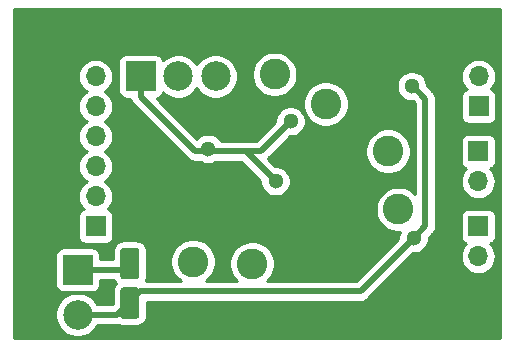
<source format=gbr>
G04 #@! TF.GenerationSoftware,KiCad,Pcbnew,(5.1.0)-1*
G04 #@! TF.CreationDate,2019-04-16T02:17:24+07:00*
G04 #@! TF.ProjectId,Bano,42616e6f-2e6b-4696-9361-645f70636258,rev?*
G04 #@! TF.SameCoordinates,Original*
G04 #@! TF.FileFunction,Copper,L2,Bot*
G04 #@! TF.FilePolarity,Positive*
%FSLAX46Y46*%
G04 Gerber Fmt 4.6, Leading zero omitted, Abs format (unit mm)*
G04 Created by KiCad (PCBNEW (5.1.0)-1) date 2019-04-16 02:17:24*
%MOMM*%
%LPD*%
G04 APERTURE LIST*
%ADD10R,1.700000X1.700000*%
%ADD11O,1.700000X1.700000*%
%ADD12C,0.100000*%
%ADD13C,1.600000*%
%ADD14R,2.499360X2.499360*%
%ADD15C,2.499360*%
%ADD16C,2.600000*%
%ADD17C,1.300000*%
%ADD18C,0.500000*%
%ADD19C,0.254000*%
G04 APERTURE END LIST*
D10*
X64770000Y-57150000D03*
D11*
X64770000Y-54610000D03*
X64770000Y-52070000D03*
X64770000Y-49530000D03*
X64770000Y-46990000D03*
X64770000Y-44450000D03*
D12*
G36*
X68238504Y-62327204D02*
G01*
X68262773Y-62330804D01*
X68286571Y-62336765D01*
X68309671Y-62345030D01*
X68331849Y-62355520D01*
X68352893Y-62368133D01*
X68372598Y-62382747D01*
X68390777Y-62399223D01*
X68407253Y-62417402D01*
X68421867Y-62437107D01*
X68434480Y-62458151D01*
X68444970Y-62480329D01*
X68453235Y-62503429D01*
X68459196Y-62527227D01*
X68462796Y-62551496D01*
X68464000Y-62576000D01*
X68464000Y-64726000D01*
X68462796Y-64750504D01*
X68459196Y-64774773D01*
X68453235Y-64798571D01*
X68444970Y-64821671D01*
X68434480Y-64843849D01*
X68421867Y-64864893D01*
X68407253Y-64884598D01*
X68390777Y-64902777D01*
X68372598Y-64919253D01*
X68352893Y-64933867D01*
X68331849Y-64946480D01*
X68309671Y-64956970D01*
X68286571Y-64965235D01*
X68262773Y-64971196D01*
X68238504Y-64974796D01*
X68214000Y-64976000D01*
X67114000Y-64976000D01*
X67089496Y-64974796D01*
X67065227Y-64971196D01*
X67041429Y-64965235D01*
X67018329Y-64956970D01*
X66996151Y-64946480D01*
X66975107Y-64933867D01*
X66955402Y-64919253D01*
X66937223Y-64902777D01*
X66920747Y-64884598D01*
X66906133Y-64864893D01*
X66893520Y-64843849D01*
X66883030Y-64821671D01*
X66874765Y-64798571D01*
X66868804Y-64774773D01*
X66865204Y-64750504D01*
X66864000Y-64726000D01*
X66864000Y-62576000D01*
X66865204Y-62551496D01*
X66868804Y-62527227D01*
X66874765Y-62503429D01*
X66883030Y-62480329D01*
X66893520Y-62458151D01*
X66906133Y-62437107D01*
X66920747Y-62417402D01*
X66937223Y-62399223D01*
X66955402Y-62382747D01*
X66975107Y-62368133D01*
X66996151Y-62355520D01*
X67018329Y-62345030D01*
X67041429Y-62336765D01*
X67065227Y-62330804D01*
X67089496Y-62327204D01*
X67114000Y-62326000D01*
X68214000Y-62326000D01*
X68238504Y-62327204D01*
X68238504Y-62327204D01*
G37*
D13*
X67664000Y-63651000D03*
D12*
G36*
X68238504Y-58977204D02*
G01*
X68262773Y-58980804D01*
X68286571Y-58986765D01*
X68309671Y-58995030D01*
X68331849Y-59005520D01*
X68352893Y-59018133D01*
X68372598Y-59032747D01*
X68390777Y-59049223D01*
X68407253Y-59067402D01*
X68421867Y-59087107D01*
X68434480Y-59108151D01*
X68444970Y-59130329D01*
X68453235Y-59153429D01*
X68459196Y-59177227D01*
X68462796Y-59201496D01*
X68464000Y-59226000D01*
X68464000Y-61376000D01*
X68462796Y-61400504D01*
X68459196Y-61424773D01*
X68453235Y-61448571D01*
X68444970Y-61471671D01*
X68434480Y-61493849D01*
X68421867Y-61514893D01*
X68407253Y-61534598D01*
X68390777Y-61552777D01*
X68372598Y-61569253D01*
X68352893Y-61583867D01*
X68331849Y-61596480D01*
X68309671Y-61606970D01*
X68286571Y-61615235D01*
X68262773Y-61621196D01*
X68238504Y-61624796D01*
X68214000Y-61626000D01*
X67114000Y-61626000D01*
X67089496Y-61624796D01*
X67065227Y-61621196D01*
X67041429Y-61615235D01*
X67018329Y-61606970D01*
X66996151Y-61596480D01*
X66975107Y-61583867D01*
X66955402Y-61569253D01*
X66937223Y-61552777D01*
X66920747Y-61534598D01*
X66906133Y-61514893D01*
X66893520Y-61493849D01*
X66883030Y-61471671D01*
X66874765Y-61448571D01*
X66868804Y-61424773D01*
X66865204Y-61400504D01*
X66864000Y-61376000D01*
X66864000Y-59226000D01*
X66865204Y-59201496D01*
X66868804Y-59177227D01*
X66874765Y-59153429D01*
X66883030Y-59130329D01*
X66893520Y-59108151D01*
X66906133Y-59087107D01*
X66920747Y-59067402D01*
X66937223Y-59049223D01*
X66955402Y-59032747D01*
X66975107Y-59018133D01*
X66996151Y-59005520D01*
X67018329Y-58995030D01*
X67041429Y-58986765D01*
X67065227Y-58980804D01*
X67089496Y-58977204D01*
X67114000Y-58976000D01*
X68214000Y-58976000D01*
X68238504Y-58977204D01*
X68238504Y-58977204D01*
G37*
D13*
X67664000Y-60301000D03*
D14*
X63246000Y-60833000D03*
D15*
X63246000Y-64643000D03*
D10*
X97205000Y-46990000D03*
D11*
X97205000Y-44450000D03*
X97155000Y-53340000D03*
D10*
X97155000Y-50800000D03*
X97155000Y-57150000D03*
D11*
X97155000Y-59690000D03*
D16*
X79924873Y-44290000D03*
X84255000Y-46790000D03*
X89535000Y-50800000D03*
X90403241Y-55724039D03*
X73025000Y-60150503D03*
X78021954Y-60325000D03*
D14*
X68580000Y-44450000D03*
D15*
X71755000Y-44450000D03*
X74930000Y-44450000D03*
D17*
X91540000Y-45285000D03*
X91694012Y-58166000D03*
X80010000Y-53340000D03*
X81280000Y-48260000D03*
X74295000Y-50600000D03*
D18*
X92694011Y-46339011D02*
X92694011Y-57166001D01*
X91440000Y-45085000D02*
X92694011Y-46339011D01*
X92694011Y-57166001D02*
X91694012Y-58166000D01*
X68555319Y-62659681D02*
X67564000Y-63651000D01*
X91694012Y-58166000D02*
X87200331Y-62659681D01*
X87200331Y-62659681D02*
X68555319Y-62659681D01*
X66572000Y-64643000D02*
X67564000Y-63651000D01*
X63246000Y-64643000D02*
X66572000Y-64643000D01*
X78740000Y-50800000D02*
X81280000Y-48260000D01*
X74295000Y-50800000D02*
X78740000Y-50800000D01*
X68580000Y-46199680D02*
X68580000Y-44450000D01*
X73180320Y-50800000D02*
X68580000Y-46199680D01*
X74295000Y-50800000D02*
X77470000Y-50800000D01*
X77470000Y-50800000D02*
X80010000Y-53340000D01*
X74295000Y-50800000D02*
X73180320Y-50800000D01*
X67032000Y-60833000D02*
X67564000Y-60301000D01*
X63246000Y-60833000D02*
X67032000Y-60833000D01*
D19*
G36*
X99010001Y-66625000D02*
G01*
X57835000Y-66625000D01*
X57835000Y-59583320D01*
X61358248Y-59583320D01*
X61358248Y-62082680D01*
X61370508Y-62207162D01*
X61406818Y-62326860D01*
X61465783Y-62437174D01*
X61545135Y-62533865D01*
X61641826Y-62613217D01*
X61752140Y-62672182D01*
X61871838Y-62708492D01*
X61996320Y-62720752D01*
X64495680Y-62720752D01*
X64620162Y-62708492D01*
X64739860Y-62672182D01*
X64850174Y-62613217D01*
X64946865Y-62533865D01*
X65026217Y-62437174D01*
X65085182Y-62326860D01*
X65121492Y-62207162D01*
X65133752Y-62082680D01*
X65133752Y-61718000D01*
X66294677Y-61718000D01*
X66375595Y-61869386D01*
X66463090Y-61976000D01*
X66375595Y-62082614D01*
X66293528Y-62236150D01*
X66242992Y-62402746D01*
X66225928Y-62576000D01*
X66225928Y-63737494D01*
X66205422Y-63758000D01*
X64919384Y-63758000D01*
X64916182Y-63750269D01*
X64709926Y-63441587D01*
X64447413Y-63179074D01*
X64138731Y-62972818D01*
X63795741Y-62830747D01*
X63431625Y-62758320D01*
X63060375Y-62758320D01*
X62696259Y-62830747D01*
X62353269Y-62972818D01*
X62044587Y-63179074D01*
X61782074Y-63441587D01*
X61575818Y-63750269D01*
X61433747Y-64093259D01*
X61361320Y-64457375D01*
X61361320Y-64828625D01*
X61433747Y-65192741D01*
X61575818Y-65535731D01*
X61782074Y-65844413D01*
X62044587Y-66106926D01*
X62353269Y-66313182D01*
X62696259Y-66455253D01*
X63060375Y-66527680D01*
X63431625Y-66527680D01*
X63795741Y-66455253D01*
X64138731Y-66313182D01*
X64447413Y-66106926D01*
X64709926Y-65844413D01*
X64916182Y-65535731D01*
X64919384Y-65528000D01*
X66528531Y-65528000D01*
X66572000Y-65532281D01*
X66615469Y-65528000D01*
X66615477Y-65528000D01*
X66720280Y-65517678D01*
X66774150Y-65546472D01*
X66940746Y-65597008D01*
X67114000Y-65614072D01*
X68214000Y-65614072D01*
X68387254Y-65597008D01*
X68553850Y-65546472D01*
X68707386Y-65464405D01*
X68841962Y-65353962D01*
X68952405Y-65219386D01*
X69034472Y-65065850D01*
X69085008Y-64899254D01*
X69102072Y-64726000D01*
X69102072Y-63544681D01*
X87156862Y-63544681D01*
X87200331Y-63548962D01*
X87243800Y-63544681D01*
X87243808Y-63544681D01*
X87373821Y-63531876D01*
X87540644Y-63481270D01*
X87694390Y-63399092D01*
X87829148Y-63288498D01*
X87856865Y-63254725D01*
X91421590Y-59690000D01*
X95662815Y-59690000D01*
X95691487Y-59981111D01*
X95776401Y-60261034D01*
X95914294Y-60519014D01*
X96099866Y-60745134D01*
X96325986Y-60930706D01*
X96583966Y-61068599D01*
X96863889Y-61153513D01*
X97082050Y-61175000D01*
X97227950Y-61175000D01*
X97446111Y-61153513D01*
X97726034Y-61068599D01*
X97984014Y-60930706D01*
X98210134Y-60745134D01*
X98395706Y-60519014D01*
X98533599Y-60261034D01*
X98618513Y-59981111D01*
X98647185Y-59690000D01*
X98618513Y-59398889D01*
X98533599Y-59118966D01*
X98395706Y-58860986D01*
X98210134Y-58634866D01*
X98180313Y-58610393D01*
X98249180Y-58589502D01*
X98359494Y-58530537D01*
X98456185Y-58451185D01*
X98535537Y-58354494D01*
X98594502Y-58244180D01*
X98630812Y-58124482D01*
X98643072Y-58000000D01*
X98643072Y-56300000D01*
X98630812Y-56175518D01*
X98594502Y-56055820D01*
X98535537Y-55945506D01*
X98456185Y-55848815D01*
X98359494Y-55769463D01*
X98249180Y-55710498D01*
X98129482Y-55674188D01*
X98005000Y-55661928D01*
X96305000Y-55661928D01*
X96180518Y-55674188D01*
X96060820Y-55710498D01*
X95950506Y-55769463D01*
X95853815Y-55848815D01*
X95774463Y-55945506D01*
X95715498Y-56055820D01*
X95679188Y-56175518D01*
X95666928Y-56300000D01*
X95666928Y-58000000D01*
X95679188Y-58124482D01*
X95715498Y-58244180D01*
X95774463Y-58354494D01*
X95853815Y-58451185D01*
X95950506Y-58530537D01*
X96060820Y-58589502D01*
X96129687Y-58610393D01*
X96099866Y-58634866D01*
X95914294Y-58860986D01*
X95776401Y-59118966D01*
X95691487Y-59398889D01*
X95662815Y-59690000D01*
X91421590Y-59690000D01*
X91660591Y-59451000D01*
X91820573Y-59451000D01*
X92068833Y-59401619D01*
X92302688Y-59304753D01*
X92513152Y-59164125D01*
X92692137Y-58985140D01*
X92832765Y-58774676D01*
X92929631Y-58540821D01*
X92979012Y-58292561D01*
X92979012Y-58132579D01*
X93289060Y-57822531D01*
X93322828Y-57794818D01*
X93433422Y-57660060D01*
X93515600Y-57506314D01*
X93566206Y-57339491D01*
X93579011Y-57209478D01*
X93579011Y-57209468D01*
X93583292Y-57166002D01*
X93579011Y-57122536D01*
X93579011Y-53340000D01*
X95662815Y-53340000D01*
X95691487Y-53631111D01*
X95776401Y-53911034D01*
X95914294Y-54169014D01*
X96099866Y-54395134D01*
X96325986Y-54580706D01*
X96583966Y-54718599D01*
X96863889Y-54803513D01*
X97082050Y-54825000D01*
X97227950Y-54825000D01*
X97446111Y-54803513D01*
X97726034Y-54718599D01*
X97984014Y-54580706D01*
X98210134Y-54395134D01*
X98395706Y-54169014D01*
X98533599Y-53911034D01*
X98618513Y-53631111D01*
X98647185Y-53340000D01*
X98618513Y-53048889D01*
X98533599Y-52768966D01*
X98395706Y-52510986D01*
X98210134Y-52284866D01*
X98180313Y-52260393D01*
X98249180Y-52239502D01*
X98359494Y-52180537D01*
X98456185Y-52101185D01*
X98535537Y-52004494D01*
X98594502Y-51894180D01*
X98630812Y-51774482D01*
X98643072Y-51650000D01*
X98643072Y-49950000D01*
X98630812Y-49825518D01*
X98594502Y-49705820D01*
X98535537Y-49595506D01*
X98456185Y-49498815D01*
X98359494Y-49419463D01*
X98249180Y-49360498D01*
X98129482Y-49324188D01*
X98005000Y-49311928D01*
X96305000Y-49311928D01*
X96180518Y-49324188D01*
X96060820Y-49360498D01*
X95950506Y-49419463D01*
X95853815Y-49498815D01*
X95774463Y-49595506D01*
X95715498Y-49705820D01*
X95679188Y-49825518D01*
X95666928Y-49950000D01*
X95666928Y-51650000D01*
X95679188Y-51774482D01*
X95715498Y-51894180D01*
X95774463Y-52004494D01*
X95853815Y-52101185D01*
X95950506Y-52180537D01*
X96060820Y-52239502D01*
X96129687Y-52260393D01*
X96099866Y-52284866D01*
X95914294Y-52510986D01*
X95776401Y-52768966D01*
X95691487Y-53048889D01*
X95662815Y-53340000D01*
X93579011Y-53340000D01*
X93579011Y-46382476D01*
X93583292Y-46339010D01*
X93579011Y-46295544D01*
X93579011Y-46295534D01*
X93566206Y-46165521D01*
X93515600Y-45998698D01*
X93433422Y-45844952D01*
X93409221Y-45815463D01*
X93350543Y-45743964D01*
X93350541Y-45743962D01*
X93322828Y-45710194D01*
X93289061Y-45682482D01*
X92825000Y-45218421D01*
X92825000Y-45158439D01*
X92775619Y-44910179D01*
X92678753Y-44676324D01*
X92538125Y-44465860D01*
X92522265Y-44450000D01*
X95712815Y-44450000D01*
X95741487Y-44741111D01*
X95826401Y-45021034D01*
X95964294Y-45279014D01*
X96149866Y-45505134D01*
X96179687Y-45529607D01*
X96110820Y-45550498D01*
X96000506Y-45609463D01*
X95903815Y-45688815D01*
X95824463Y-45785506D01*
X95765498Y-45895820D01*
X95729188Y-46015518D01*
X95716928Y-46140000D01*
X95716928Y-47840000D01*
X95729188Y-47964482D01*
X95765498Y-48084180D01*
X95824463Y-48194494D01*
X95903815Y-48291185D01*
X96000506Y-48370537D01*
X96110820Y-48429502D01*
X96230518Y-48465812D01*
X96355000Y-48478072D01*
X98055000Y-48478072D01*
X98179482Y-48465812D01*
X98299180Y-48429502D01*
X98409494Y-48370537D01*
X98506185Y-48291185D01*
X98585537Y-48194494D01*
X98644502Y-48084180D01*
X98680812Y-47964482D01*
X98693072Y-47840000D01*
X98693072Y-46140000D01*
X98680812Y-46015518D01*
X98644502Y-45895820D01*
X98585537Y-45785506D01*
X98506185Y-45688815D01*
X98409494Y-45609463D01*
X98299180Y-45550498D01*
X98230313Y-45529607D01*
X98260134Y-45505134D01*
X98445706Y-45279014D01*
X98583599Y-45021034D01*
X98668513Y-44741111D01*
X98697185Y-44450000D01*
X98668513Y-44158889D01*
X98583599Y-43878966D01*
X98445706Y-43620986D01*
X98260134Y-43394866D01*
X98034014Y-43209294D01*
X97776034Y-43071401D01*
X97496111Y-42986487D01*
X97277950Y-42965000D01*
X97132050Y-42965000D01*
X96913889Y-42986487D01*
X96633966Y-43071401D01*
X96375986Y-43209294D01*
X96149866Y-43394866D01*
X95964294Y-43620986D01*
X95826401Y-43878966D01*
X95741487Y-44158889D01*
X95712815Y-44450000D01*
X92522265Y-44450000D01*
X92359140Y-44286875D01*
X92148676Y-44146247D01*
X91914821Y-44049381D01*
X91666561Y-44000000D01*
X91413439Y-44000000D01*
X91165179Y-44049381D01*
X90931324Y-44146247D01*
X90720860Y-44286875D01*
X90541875Y-44465860D01*
X90401247Y-44676324D01*
X90304381Y-44910179D01*
X90255000Y-45158439D01*
X90255000Y-45411561D01*
X90304381Y-45659821D01*
X90401247Y-45893676D01*
X90541875Y-46104140D01*
X90720860Y-46283125D01*
X90931324Y-46423753D01*
X91165179Y-46520619D01*
X91413439Y-46570000D01*
X91666561Y-46570000D01*
X91672283Y-46568862D01*
X91809011Y-46705590D01*
X91809012Y-54393306D01*
X91636732Y-54221026D01*
X91319807Y-54009264D01*
X90967660Y-53863400D01*
X90593822Y-53789039D01*
X90212660Y-53789039D01*
X89838822Y-53863400D01*
X89486675Y-54009264D01*
X89169750Y-54221026D01*
X88900228Y-54490548D01*
X88688466Y-54807473D01*
X88542602Y-55159620D01*
X88468241Y-55533458D01*
X88468241Y-55914620D01*
X88542602Y-56288458D01*
X88688466Y-56640605D01*
X88900228Y-56957530D01*
X89169750Y-57227052D01*
X89486675Y-57438814D01*
X89838822Y-57584678D01*
X90212660Y-57659039D01*
X90513127Y-57659039D01*
X90458393Y-57791179D01*
X90409012Y-58039439D01*
X90409012Y-58199421D01*
X86833753Y-61774681D01*
X79308777Y-61774681D01*
X79524967Y-61558491D01*
X79736729Y-61241566D01*
X79882593Y-60889419D01*
X79956954Y-60515581D01*
X79956954Y-60134419D01*
X79882593Y-59760581D01*
X79736729Y-59408434D01*
X79524967Y-59091509D01*
X79255445Y-58821987D01*
X78938520Y-58610225D01*
X78586373Y-58464361D01*
X78212535Y-58390000D01*
X77831373Y-58390000D01*
X77457535Y-58464361D01*
X77105388Y-58610225D01*
X76788463Y-58821987D01*
X76518941Y-59091509D01*
X76307179Y-59408434D01*
X76161315Y-59760581D01*
X76086954Y-60134419D01*
X76086954Y-60515581D01*
X76161315Y-60889419D01*
X76307179Y-61241566D01*
X76518941Y-61558491D01*
X76735131Y-61774681D01*
X74077154Y-61774681D01*
X74258491Y-61653516D01*
X74528013Y-61383994D01*
X74739775Y-61067069D01*
X74885639Y-60714922D01*
X74960000Y-60341084D01*
X74960000Y-59959922D01*
X74885639Y-59586084D01*
X74739775Y-59233937D01*
X74528013Y-58917012D01*
X74258491Y-58647490D01*
X73941566Y-58435728D01*
X73589419Y-58289864D01*
X73215581Y-58215503D01*
X72834419Y-58215503D01*
X72460581Y-58289864D01*
X72108434Y-58435728D01*
X71791509Y-58647490D01*
X71521987Y-58917012D01*
X71310225Y-59233937D01*
X71164361Y-59586084D01*
X71090000Y-59959922D01*
X71090000Y-60341084D01*
X71164361Y-60714922D01*
X71310225Y-61067069D01*
X71521987Y-61383994D01*
X71791509Y-61653516D01*
X71972846Y-61774681D01*
X69003026Y-61774681D01*
X69034472Y-61715850D01*
X69085008Y-61549254D01*
X69102072Y-61376000D01*
X69102072Y-59226000D01*
X69085008Y-59052746D01*
X69034472Y-58886150D01*
X68952405Y-58732614D01*
X68841962Y-58598038D01*
X68707386Y-58487595D01*
X68553850Y-58405528D01*
X68387254Y-58354992D01*
X68214000Y-58337928D01*
X67114000Y-58337928D01*
X66940746Y-58354992D01*
X66774150Y-58405528D01*
X66620614Y-58487595D01*
X66486038Y-58598038D01*
X66375595Y-58732614D01*
X66293528Y-58886150D01*
X66242992Y-59052746D01*
X66225928Y-59226000D01*
X66225928Y-59948000D01*
X65133752Y-59948000D01*
X65133752Y-59583320D01*
X65121492Y-59458838D01*
X65085182Y-59339140D01*
X65026217Y-59228826D01*
X64946865Y-59132135D01*
X64850174Y-59052783D01*
X64739860Y-58993818D01*
X64620162Y-58957508D01*
X64495680Y-58945248D01*
X61996320Y-58945248D01*
X61871838Y-58957508D01*
X61752140Y-58993818D01*
X61641826Y-59052783D01*
X61545135Y-59132135D01*
X61465783Y-59228826D01*
X61406818Y-59339140D01*
X61370508Y-59458838D01*
X61358248Y-59583320D01*
X57835000Y-59583320D01*
X57835000Y-44450000D01*
X63277815Y-44450000D01*
X63306487Y-44741111D01*
X63391401Y-45021034D01*
X63529294Y-45279014D01*
X63714866Y-45505134D01*
X63940986Y-45690706D01*
X63995791Y-45720000D01*
X63940986Y-45749294D01*
X63714866Y-45934866D01*
X63529294Y-46160986D01*
X63391401Y-46418966D01*
X63306487Y-46698889D01*
X63277815Y-46990000D01*
X63306487Y-47281111D01*
X63391401Y-47561034D01*
X63529294Y-47819014D01*
X63714866Y-48045134D01*
X63940986Y-48230706D01*
X63995791Y-48260000D01*
X63940986Y-48289294D01*
X63714866Y-48474866D01*
X63529294Y-48700986D01*
X63391401Y-48958966D01*
X63306487Y-49238889D01*
X63277815Y-49530000D01*
X63306487Y-49821111D01*
X63391401Y-50101034D01*
X63529294Y-50359014D01*
X63714866Y-50585134D01*
X63940986Y-50770706D01*
X63995791Y-50800000D01*
X63940986Y-50829294D01*
X63714866Y-51014866D01*
X63529294Y-51240986D01*
X63391401Y-51498966D01*
X63306487Y-51778889D01*
X63277815Y-52070000D01*
X63306487Y-52361111D01*
X63391401Y-52641034D01*
X63529294Y-52899014D01*
X63714866Y-53125134D01*
X63940986Y-53310706D01*
X63995791Y-53340000D01*
X63940986Y-53369294D01*
X63714866Y-53554866D01*
X63529294Y-53780986D01*
X63391401Y-54038966D01*
X63306487Y-54318889D01*
X63277815Y-54610000D01*
X63306487Y-54901111D01*
X63391401Y-55181034D01*
X63529294Y-55439014D01*
X63714866Y-55665134D01*
X63744687Y-55689607D01*
X63675820Y-55710498D01*
X63565506Y-55769463D01*
X63468815Y-55848815D01*
X63389463Y-55945506D01*
X63330498Y-56055820D01*
X63294188Y-56175518D01*
X63281928Y-56300000D01*
X63281928Y-58000000D01*
X63294188Y-58124482D01*
X63330498Y-58244180D01*
X63389463Y-58354494D01*
X63468815Y-58451185D01*
X63565506Y-58530537D01*
X63675820Y-58589502D01*
X63795518Y-58625812D01*
X63920000Y-58638072D01*
X65620000Y-58638072D01*
X65744482Y-58625812D01*
X65864180Y-58589502D01*
X65974494Y-58530537D01*
X66071185Y-58451185D01*
X66150537Y-58354494D01*
X66209502Y-58244180D01*
X66245812Y-58124482D01*
X66258072Y-58000000D01*
X66258072Y-56300000D01*
X66245812Y-56175518D01*
X66209502Y-56055820D01*
X66150537Y-55945506D01*
X66071185Y-55848815D01*
X65974494Y-55769463D01*
X65864180Y-55710498D01*
X65795313Y-55689607D01*
X65825134Y-55665134D01*
X66010706Y-55439014D01*
X66148599Y-55181034D01*
X66233513Y-54901111D01*
X66262185Y-54610000D01*
X66233513Y-54318889D01*
X66148599Y-54038966D01*
X66010706Y-53780986D01*
X65825134Y-53554866D01*
X65599014Y-53369294D01*
X65544209Y-53340000D01*
X65599014Y-53310706D01*
X65825134Y-53125134D01*
X66010706Y-52899014D01*
X66148599Y-52641034D01*
X66233513Y-52361111D01*
X66262185Y-52070000D01*
X66233513Y-51778889D01*
X66148599Y-51498966D01*
X66010706Y-51240986D01*
X65825134Y-51014866D01*
X65599014Y-50829294D01*
X65544209Y-50800000D01*
X65599014Y-50770706D01*
X65825134Y-50585134D01*
X66010706Y-50359014D01*
X66148599Y-50101034D01*
X66233513Y-49821111D01*
X66262185Y-49530000D01*
X66233513Y-49238889D01*
X66148599Y-48958966D01*
X66010706Y-48700986D01*
X65825134Y-48474866D01*
X65599014Y-48289294D01*
X65544209Y-48260000D01*
X65599014Y-48230706D01*
X65825134Y-48045134D01*
X66010706Y-47819014D01*
X66148599Y-47561034D01*
X66233513Y-47281111D01*
X66262185Y-46990000D01*
X66233513Y-46698889D01*
X66148599Y-46418966D01*
X66010706Y-46160986D01*
X65825134Y-45934866D01*
X65599014Y-45749294D01*
X65544209Y-45720000D01*
X65599014Y-45690706D01*
X65825134Y-45505134D01*
X66010706Y-45279014D01*
X66148599Y-45021034D01*
X66233513Y-44741111D01*
X66262185Y-44450000D01*
X66233513Y-44158889D01*
X66148599Y-43878966D01*
X66010706Y-43620986D01*
X65825134Y-43394866D01*
X65599014Y-43209294D01*
X65582225Y-43200320D01*
X66692248Y-43200320D01*
X66692248Y-45699680D01*
X66704508Y-45824162D01*
X66740818Y-45943860D01*
X66799783Y-46054174D01*
X66879135Y-46150865D01*
X66975826Y-46230217D01*
X67086140Y-46289182D01*
X67205838Y-46325492D01*
X67330320Y-46337752D01*
X67704317Y-46337752D01*
X67707805Y-46373169D01*
X67758411Y-46539992D01*
X67840589Y-46693738D01*
X67951183Y-46828497D01*
X67984956Y-46856214D01*
X72523790Y-51395049D01*
X72551503Y-51428817D01*
X72585271Y-51456530D01*
X72585273Y-51456532D01*
X72636979Y-51498966D01*
X72686261Y-51539411D01*
X72840007Y-51621589D01*
X72933664Y-51650000D01*
X73006829Y-51672195D01*
X73021626Y-51673652D01*
X73136843Y-51685000D01*
X73136851Y-51685000D01*
X73180320Y-51689281D01*
X73223789Y-51685000D01*
X73605877Y-51685000D01*
X73686324Y-51738753D01*
X73920179Y-51835619D01*
X74168439Y-51885000D01*
X74421561Y-51885000D01*
X74669821Y-51835619D01*
X74903676Y-51738753D01*
X74984123Y-51685000D01*
X77103422Y-51685000D01*
X78725000Y-53306579D01*
X78725000Y-53466561D01*
X78774381Y-53714821D01*
X78871247Y-53948676D01*
X79011875Y-54159140D01*
X79190860Y-54338125D01*
X79401324Y-54478753D01*
X79635179Y-54575619D01*
X79883439Y-54625000D01*
X80136561Y-54625000D01*
X80384821Y-54575619D01*
X80618676Y-54478753D01*
X80829140Y-54338125D01*
X81008125Y-54159140D01*
X81148753Y-53948676D01*
X81245619Y-53714821D01*
X81295000Y-53466561D01*
X81295000Y-53213439D01*
X81245619Y-52965179D01*
X81148753Y-52731324D01*
X81008125Y-52520860D01*
X80829140Y-52341875D01*
X80618676Y-52201247D01*
X80384821Y-52104381D01*
X80136561Y-52055000D01*
X79976579Y-52055000D01*
X79358699Y-51437121D01*
X79368817Y-51428817D01*
X79396534Y-51395044D01*
X80182159Y-50609419D01*
X87600000Y-50609419D01*
X87600000Y-50990581D01*
X87674361Y-51364419D01*
X87820225Y-51716566D01*
X88031987Y-52033491D01*
X88301509Y-52303013D01*
X88618434Y-52514775D01*
X88970581Y-52660639D01*
X89344419Y-52735000D01*
X89725581Y-52735000D01*
X90099419Y-52660639D01*
X90451566Y-52514775D01*
X90768491Y-52303013D01*
X91038013Y-52033491D01*
X91249775Y-51716566D01*
X91395639Y-51364419D01*
X91470000Y-50990581D01*
X91470000Y-50609419D01*
X91395639Y-50235581D01*
X91249775Y-49883434D01*
X91038013Y-49566509D01*
X90768491Y-49296987D01*
X90451566Y-49085225D01*
X90099419Y-48939361D01*
X89725581Y-48865000D01*
X89344419Y-48865000D01*
X88970581Y-48939361D01*
X88618434Y-49085225D01*
X88301509Y-49296987D01*
X88031987Y-49566509D01*
X87820225Y-49883434D01*
X87674361Y-50235581D01*
X87600000Y-50609419D01*
X80182159Y-50609419D01*
X81246579Y-49545000D01*
X81406561Y-49545000D01*
X81654821Y-49495619D01*
X81888676Y-49398753D01*
X82099140Y-49258125D01*
X82278125Y-49079140D01*
X82418753Y-48868676D01*
X82515619Y-48634821D01*
X82565000Y-48386561D01*
X82565000Y-48133439D01*
X82515619Y-47885179D01*
X82418753Y-47651324D01*
X82278125Y-47440860D01*
X82099140Y-47261875D01*
X81888676Y-47121247D01*
X81654821Y-47024381D01*
X81406561Y-46975000D01*
X81153439Y-46975000D01*
X80905179Y-47024381D01*
X80671324Y-47121247D01*
X80460860Y-47261875D01*
X80281875Y-47440860D01*
X80141247Y-47651324D01*
X80044381Y-47885179D01*
X79995000Y-48133439D01*
X79995000Y-48293421D01*
X78373422Y-49915000D01*
X77513469Y-49915000D01*
X77470000Y-49910719D01*
X77426531Y-49915000D01*
X75382755Y-49915000D01*
X75293125Y-49780860D01*
X75114140Y-49601875D01*
X74903676Y-49461247D01*
X74669821Y-49364381D01*
X74421561Y-49315000D01*
X74168439Y-49315000D01*
X73920179Y-49364381D01*
X73686324Y-49461247D01*
X73475860Y-49601875D01*
X73354817Y-49722918D01*
X70231318Y-46599419D01*
X82320000Y-46599419D01*
X82320000Y-46980581D01*
X82394361Y-47354419D01*
X82540225Y-47706566D01*
X82751987Y-48023491D01*
X83021509Y-48293013D01*
X83338434Y-48504775D01*
X83690581Y-48650639D01*
X84064419Y-48725000D01*
X84445581Y-48725000D01*
X84819419Y-48650639D01*
X85171566Y-48504775D01*
X85488491Y-48293013D01*
X85758013Y-48023491D01*
X85969775Y-47706566D01*
X86115639Y-47354419D01*
X86190000Y-46980581D01*
X86190000Y-46599419D01*
X86115639Y-46225581D01*
X85969775Y-45873434D01*
X85758013Y-45556509D01*
X85488491Y-45286987D01*
X85171566Y-45075225D01*
X84819419Y-44929361D01*
X84445581Y-44855000D01*
X84064419Y-44855000D01*
X83690581Y-44929361D01*
X83338434Y-45075225D01*
X83021509Y-45286987D01*
X82751987Y-45556509D01*
X82540225Y-45873434D01*
X82394361Y-46225581D01*
X82320000Y-46599419D01*
X70231318Y-46599419D01*
X69956639Y-46324741D01*
X70073860Y-46289182D01*
X70184174Y-46230217D01*
X70280865Y-46150865D01*
X70360217Y-46054174D01*
X70419182Y-45943860D01*
X70455492Y-45824162D01*
X70456239Y-45816578D01*
X70553587Y-45913926D01*
X70862269Y-46120182D01*
X71205259Y-46262253D01*
X71569375Y-46334680D01*
X71940625Y-46334680D01*
X72304741Y-46262253D01*
X72647731Y-46120182D01*
X72956413Y-45913926D01*
X73218926Y-45651413D01*
X73342500Y-45466473D01*
X73466074Y-45651413D01*
X73728587Y-45913926D01*
X74037269Y-46120182D01*
X74380259Y-46262253D01*
X74744375Y-46334680D01*
X75115625Y-46334680D01*
X75479741Y-46262253D01*
X75822731Y-46120182D01*
X76131413Y-45913926D01*
X76393926Y-45651413D01*
X76600182Y-45342731D01*
X76742253Y-44999741D01*
X76814680Y-44635625D01*
X76814680Y-44264375D01*
X76781869Y-44099419D01*
X77989873Y-44099419D01*
X77989873Y-44480581D01*
X78064234Y-44854419D01*
X78210098Y-45206566D01*
X78421860Y-45523491D01*
X78691382Y-45793013D01*
X79008307Y-46004775D01*
X79360454Y-46150639D01*
X79734292Y-46225000D01*
X80115454Y-46225000D01*
X80489292Y-46150639D01*
X80841439Y-46004775D01*
X81158364Y-45793013D01*
X81427886Y-45523491D01*
X81639648Y-45206566D01*
X81785512Y-44854419D01*
X81859873Y-44480581D01*
X81859873Y-44099419D01*
X81785512Y-43725581D01*
X81639648Y-43373434D01*
X81427886Y-43056509D01*
X81158364Y-42786987D01*
X80841439Y-42575225D01*
X80489292Y-42429361D01*
X80115454Y-42355000D01*
X79734292Y-42355000D01*
X79360454Y-42429361D01*
X79008307Y-42575225D01*
X78691382Y-42786987D01*
X78421860Y-43056509D01*
X78210098Y-43373434D01*
X78064234Y-43725581D01*
X77989873Y-44099419D01*
X76781869Y-44099419D01*
X76742253Y-43900259D01*
X76600182Y-43557269D01*
X76393926Y-43248587D01*
X76131413Y-42986074D01*
X75822731Y-42779818D01*
X75479741Y-42637747D01*
X75115625Y-42565320D01*
X74744375Y-42565320D01*
X74380259Y-42637747D01*
X74037269Y-42779818D01*
X73728587Y-42986074D01*
X73466074Y-43248587D01*
X73342500Y-43433527D01*
X73218926Y-43248587D01*
X72956413Y-42986074D01*
X72647731Y-42779818D01*
X72304741Y-42637747D01*
X71940625Y-42565320D01*
X71569375Y-42565320D01*
X71205259Y-42637747D01*
X70862269Y-42779818D01*
X70553587Y-42986074D01*
X70456239Y-43083422D01*
X70455492Y-43075838D01*
X70419182Y-42956140D01*
X70360217Y-42845826D01*
X70280865Y-42749135D01*
X70184174Y-42669783D01*
X70073860Y-42610818D01*
X69954162Y-42574508D01*
X69829680Y-42562248D01*
X67330320Y-42562248D01*
X67205838Y-42574508D01*
X67086140Y-42610818D01*
X66975826Y-42669783D01*
X66879135Y-42749135D01*
X66799783Y-42845826D01*
X66740818Y-42956140D01*
X66704508Y-43075838D01*
X66692248Y-43200320D01*
X65582225Y-43200320D01*
X65341034Y-43071401D01*
X65061111Y-42986487D01*
X64842950Y-42965000D01*
X64697050Y-42965000D01*
X64478889Y-42986487D01*
X64198966Y-43071401D01*
X63940986Y-43209294D01*
X63714866Y-43394866D01*
X63529294Y-43620986D01*
X63391401Y-43878966D01*
X63306487Y-44158889D01*
X63277815Y-44450000D01*
X57835000Y-44450000D01*
X57835000Y-38785000D01*
X99010000Y-38785000D01*
X99010001Y-66625000D01*
X99010001Y-66625000D01*
G37*
X99010001Y-66625000D02*
X57835000Y-66625000D01*
X57835000Y-59583320D01*
X61358248Y-59583320D01*
X61358248Y-62082680D01*
X61370508Y-62207162D01*
X61406818Y-62326860D01*
X61465783Y-62437174D01*
X61545135Y-62533865D01*
X61641826Y-62613217D01*
X61752140Y-62672182D01*
X61871838Y-62708492D01*
X61996320Y-62720752D01*
X64495680Y-62720752D01*
X64620162Y-62708492D01*
X64739860Y-62672182D01*
X64850174Y-62613217D01*
X64946865Y-62533865D01*
X65026217Y-62437174D01*
X65085182Y-62326860D01*
X65121492Y-62207162D01*
X65133752Y-62082680D01*
X65133752Y-61718000D01*
X66294677Y-61718000D01*
X66375595Y-61869386D01*
X66463090Y-61976000D01*
X66375595Y-62082614D01*
X66293528Y-62236150D01*
X66242992Y-62402746D01*
X66225928Y-62576000D01*
X66225928Y-63737494D01*
X66205422Y-63758000D01*
X64919384Y-63758000D01*
X64916182Y-63750269D01*
X64709926Y-63441587D01*
X64447413Y-63179074D01*
X64138731Y-62972818D01*
X63795741Y-62830747D01*
X63431625Y-62758320D01*
X63060375Y-62758320D01*
X62696259Y-62830747D01*
X62353269Y-62972818D01*
X62044587Y-63179074D01*
X61782074Y-63441587D01*
X61575818Y-63750269D01*
X61433747Y-64093259D01*
X61361320Y-64457375D01*
X61361320Y-64828625D01*
X61433747Y-65192741D01*
X61575818Y-65535731D01*
X61782074Y-65844413D01*
X62044587Y-66106926D01*
X62353269Y-66313182D01*
X62696259Y-66455253D01*
X63060375Y-66527680D01*
X63431625Y-66527680D01*
X63795741Y-66455253D01*
X64138731Y-66313182D01*
X64447413Y-66106926D01*
X64709926Y-65844413D01*
X64916182Y-65535731D01*
X64919384Y-65528000D01*
X66528531Y-65528000D01*
X66572000Y-65532281D01*
X66615469Y-65528000D01*
X66615477Y-65528000D01*
X66720280Y-65517678D01*
X66774150Y-65546472D01*
X66940746Y-65597008D01*
X67114000Y-65614072D01*
X68214000Y-65614072D01*
X68387254Y-65597008D01*
X68553850Y-65546472D01*
X68707386Y-65464405D01*
X68841962Y-65353962D01*
X68952405Y-65219386D01*
X69034472Y-65065850D01*
X69085008Y-64899254D01*
X69102072Y-64726000D01*
X69102072Y-63544681D01*
X87156862Y-63544681D01*
X87200331Y-63548962D01*
X87243800Y-63544681D01*
X87243808Y-63544681D01*
X87373821Y-63531876D01*
X87540644Y-63481270D01*
X87694390Y-63399092D01*
X87829148Y-63288498D01*
X87856865Y-63254725D01*
X91421590Y-59690000D01*
X95662815Y-59690000D01*
X95691487Y-59981111D01*
X95776401Y-60261034D01*
X95914294Y-60519014D01*
X96099866Y-60745134D01*
X96325986Y-60930706D01*
X96583966Y-61068599D01*
X96863889Y-61153513D01*
X97082050Y-61175000D01*
X97227950Y-61175000D01*
X97446111Y-61153513D01*
X97726034Y-61068599D01*
X97984014Y-60930706D01*
X98210134Y-60745134D01*
X98395706Y-60519014D01*
X98533599Y-60261034D01*
X98618513Y-59981111D01*
X98647185Y-59690000D01*
X98618513Y-59398889D01*
X98533599Y-59118966D01*
X98395706Y-58860986D01*
X98210134Y-58634866D01*
X98180313Y-58610393D01*
X98249180Y-58589502D01*
X98359494Y-58530537D01*
X98456185Y-58451185D01*
X98535537Y-58354494D01*
X98594502Y-58244180D01*
X98630812Y-58124482D01*
X98643072Y-58000000D01*
X98643072Y-56300000D01*
X98630812Y-56175518D01*
X98594502Y-56055820D01*
X98535537Y-55945506D01*
X98456185Y-55848815D01*
X98359494Y-55769463D01*
X98249180Y-55710498D01*
X98129482Y-55674188D01*
X98005000Y-55661928D01*
X96305000Y-55661928D01*
X96180518Y-55674188D01*
X96060820Y-55710498D01*
X95950506Y-55769463D01*
X95853815Y-55848815D01*
X95774463Y-55945506D01*
X95715498Y-56055820D01*
X95679188Y-56175518D01*
X95666928Y-56300000D01*
X95666928Y-58000000D01*
X95679188Y-58124482D01*
X95715498Y-58244180D01*
X95774463Y-58354494D01*
X95853815Y-58451185D01*
X95950506Y-58530537D01*
X96060820Y-58589502D01*
X96129687Y-58610393D01*
X96099866Y-58634866D01*
X95914294Y-58860986D01*
X95776401Y-59118966D01*
X95691487Y-59398889D01*
X95662815Y-59690000D01*
X91421590Y-59690000D01*
X91660591Y-59451000D01*
X91820573Y-59451000D01*
X92068833Y-59401619D01*
X92302688Y-59304753D01*
X92513152Y-59164125D01*
X92692137Y-58985140D01*
X92832765Y-58774676D01*
X92929631Y-58540821D01*
X92979012Y-58292561D01*
X92979012Y-58132579D01*
X93289060Y-57822531D01*
X93322828Y-57794818D01*
X93433422Y-57660060D01*
X93515600Y-57506314D01*
X93566206Y-57339491D01*
X93579011Y-57209478D01*
X93579011Y-57209468D01*
X93583292Y-57166002D01*
X93579011Y-57122536D01*
X93579011Y-53340000D01*
X95662815Y-53340000D01*
X95691487Y-53631111D01*
X95776401Y-53911034D01*
X95914294Y-54169014D01*
X96099866Y-54395134D01*
X96325986Y-54580706D01*
X96583966Y-54718599D01*
X96863889Y-54803513D01*
X97082050Y-54825000D01*
X97227950Y-54825000D01*
X97446111Y-54803513D01*
X97726034Y-54718599D01*
X97984014Y-54580706D01*
X98210134Y-54395134D01*
X98395706Y-54169014D01*
X98533599Y-53911034D01*
X98618513Y-53631111D01*
X98647185Y-53340000D01*
X98618513Y-53048889D01*
X98533599Y-52768966D01*
X98395706Y-52510986D01*
X98210134Y-52284866D01*
X98180313Y-52260393D01*
X98249180Y-52239502D01*
X98359494Y-52180537D01*
X98456185Y-52101185D01*
X98535537Y-52004494D01*
X98594502Y-51894180D01*
X98630812Y-51774482D01*
X98643072Y-51650000D01*
X98643072Y-49950000D01*
X98630812Y-49825518D01*
X98594502Y-49705820D01*
X98535537Y-49595506D01*
X98456185Y-49498815D01*
X98359494Y-49419463D01*
X98249180Y-49360498D01*
X98129482Y-49324188D01*
X98005000Y-49311928D01*
X96305000Y-49311928D01*
X96180518Y-49324188D01*
X96060820Y-49360498D01*
X95950506Y-49419463D01*
X95853815Y-49498815D01*
X95774463Y-49595506D01*
X95715498Y-49705820D01*
X95679188Y-49825518D01*
X95666928Y-49950000D01*
X95666928Y-51650000D01*
X95679188Y-51774482D01*
X95715498Y-51894180D01*
X95774463Y-52004494D01*
X95853815Y-52101185D01*
X95950506Y-52180537D01*
X96060820Y-52239502D01*
X96129687Y-52260393D01*
X96099866Y-52284866D01*
X95914294Y-52510986D01*
X95776401Y-52768966D01*
X95691487Y-53048889D01*
X95662815Y-53340000D01*
X93579011Y-53340000D01*
X93579011Y-46382476D01*
X93583292Y-46339010D01*
X93579011Y-46295544D01*
X93579011Y-46295534D01*
X93566206Y-46165521D01*
X93515600Y-45998698D01*
X93433422Y-45844952D01*
X93409221Y-45815463D01*
X93350543Y-45743964D01*
X93350541Y-45743962D01*
X93322828Y-45710194D01*
X93289061Y-45682482D01*
X92825000Y-45218421D01*
X92825000Y-45158439D01*
X92775619Y-44910179D01*
X92678753Y-44676324D01*
X92538125Y-44465860D01*
X92522265Y-44450000D01*
X95712815Y-44450000D01*
X95741487Y-44741111D01*
X95826401Y-45021034D01*
X95964294Y-45279014D01*
X96149866Y-45505134D01*
X96179687Y-45529607D01*
X96110820Y-45550498D01*
X96000506Y-45609463D01*
X95903815Y-45688815D01*
X95824463Y-45785506D01*
X95765498Y-45895820D01*
X95729188Y-46015518D01*
X95716928Y-46140000D01*
X95716928Y-47840000D01*
X95729188Y-47964482D01*
X95765498Y-48084180D01*
X95824463Y-48194494D01*
X95903815Y-48291185D01*
X96000506Y-48370537D01*
X96110820Y-48429502D01*
X96230518Y-48465812D01*
X96355000Y-48478072D01*
X98055000Y-48478072D01*
X98179482Y-48465812D01*
X98299180Y-48429502D01*
X98409494Y-48370537D01*
X98506185Y-48291185D01*
X98585537Y-48194494D01*
X98644502Y-48084180D01*
X98680812Y-47964482D01*
X98693072Y-47840000D01*
X98693072Y-46140000D01*
X98680812Y-46015518D01*
X98644502Y-45895820D01*
X98585537Y-45785506D01*
X98506185Y-45688815D01*
X98409494Y-45609463D01*
X98299180Y-45550498D01*
X98230313Y-45529607D01*
X98260134Y-45505134D01*
X98445706Y-45279014D01*
X98583599Y-45021034D01*
X98668513Y-44741111D01*
X98697185Y-44450000D01*
X98668513Y-44158889D01*
X98583599Y-43878966D01*
X98445706Y-43620986D01*
X98260134Y-43394866D01*
X98034014Y-43209294D01*
X97776034Y-43071401D01*
X97496111Y-42986487D01*
X97277950Y-42965000D01*
X97132050Y-42965000D01*
X96913889Y-42986487D01*
X96633966Y-43071401D01*
X96375986Y-43209294D01*
X96149866Y-43394866D01*
X95964294Y-43620986D01*
X95826401Y-43878966D01*
X95741487Y-44158889D01*
X95712815Y-44450000D01*
X92522265Y-44450000D01*
X92359140Y-44286875D01*
X92148676Y-44146247D01*
X91914821Y-44049381D01*
X91666561Y-44000000D01*
X91413439Y-44000000D01*
X91165179Y-44049381D01*
X90931324Y-44146247D01*
X90720860Y-44286875D01*
X90541875Y-44465860D01*
X90401247Y-44676324D01*
X90304381Y-44910179D01*
X90255000Y-45158439D01*
X90255000Y-45411561D01*
X90304381Y-45659821D01*
X90401247Y-45893676D01*
X90541875Y-46104140D01*
X90720860Y-46283125D01*
X90931324Y-46423753D01*
X91165179Y-46520619D01*
X91413439Y-46570000D01*
X91666561Y-46570000D01*
X91672283Y-46568862D01*
X91809011Y-46705590D01*
X91809012Y-54393306D01*
X91636732Y-54221026D01*
X91319807Y-54009264D01*
X90967660Y-53863400D01*
X90593822Y-53789039D01*
X90212660Y-53789039D01*
X89838822Y-53863400D01*
X89486675Y-54009264D01*
X89169750Y-54221026D01*
X88900228Y-54490548D01*
X88688466Y-54807473D01*
X88542602Y-55159620D01*
X88468241Y-55533458D01*
X88468241Y-55914620D01*
X88542602Y-56288458D01*
X88688466Y-56640605D01*
X88900228Y-56957530D01*
X89169750Y-57227052D01*
X89486675Y-57438814D01*
X89838822Y-57584678D01*
X90212660Y-57659039D01*
X90513127Y-57659039D01*
X90458393Y-57791179D01*
X90409012Y-58039439D01*
X90409012Y-58199421D01*
X86833753Y-61774681D01*
X79308777Y-61774681D01*
X79524967Y-61558491D01*
X79736729Y-61241566D01*
X79882593Y-60889419D01*
X79956954Y-60515581D01*
X79956954Y-60134419D01*
X79882593Y-59760581D01*
X79736729Y-59408434D01*
X79524967Y-59091509D01*
X79255445Y-58821987D01*
X78938520Y-58610225D01*
X78586373Y-58464361D01*
X78212535Y-58390000D01*
X77831373Y-58390000D01*
X77457535Y-58464361D01*
X77105388Y-58610225D01*
X76788463Y-58821987D01*
X76518941Y-59091509D01*
X76307179Y-59408434D01*
X76161315Y-59760581D01*
X76086954Y-60134419D01*
X76086954Y-60515581D01*
X76161315Y-60889419D01*
X76307179Y-61241566D01*
X76518941Y-61558491D01*
X76735131Y-61774681D01*
X74077154Y-61774681D01*
X74258491Y-61653516D01*
X74528013Y-61383994D01*
X74739775Y-61067069D01*
X74885639Y-60714922D01*
X74960000Y-60341084D01*
X74960000Y-59959922D01*
X74885639Y-59586084D01*
X74739775Y-59233937D01*
X74528013Y-58917012D01*
X74258491Y-58647490D01*
X73941566Y-58435728D01*
X73589419Y-58289864D01*
X73215581Y-58215503D01*
X72834419Y-58215503D01*
X72460581Y-58289864D01*
X72108434Y-58435728D01*
X71791509Y-58647490D01*
X71521987Y-58917012D01*
X71310225Y-59233937D01*
X71164361Y-59586084D01*
X71090000Y-59959922D01*
X71090000Y-60341084D01*
X71164361Y-60714922D01*
X71310225Y-61067069D01*
X71521987Y-61383994D01*
X71791509Y-61653516D01*
X71972846Y-61774681D01*
X69003026Y-61774681D01*
X69034472Y-61715850D01*
X69085008Y-61549254D01*
X69102072Y-61376000D01*
X69102072Y-59226000D01*
X69085008Y-59052746D01*
X69034472Y-58886150D01*
X68952405Y-58732614D01*
X68841962Y-58598038D01*
X68707386Y-58487595D01*
X68553850Y-58405528D01*
X68387254Y-58354992D01*
X68214000Y-58337928D01*
X67114000Y-58337928D01*
X66940746Y-58354992D01*
X66774150Y-58405528D01*
X66620614Y-58487595D01*
X66486038Y-58598038D01*
X66375595Y-58732614D01*
X66293528Y-58886150D01*
X66242992Y-59052746D01*
X66225928Y-59226000D01*
X66225928Y-59948000D01*
X65133752Y-59948000D01*
X65133752Y-59583320D01*
X65121492Y-59458838D01*
X65085182Y-59339140D01*
X65026217Y-59228826D01*
X64946865Y-59132135D01*
X64850174Y-59052783D01*
X64739860Y-58993818D01*
X64620162Y-58957508D01*
X64495680Y-58945248D01*
X61996320Y-58945248D01*
X61871838Y-58957508D01*
X61752140Y-58993818D01*
X61641826Y-59052783D01*
X61545135Y-59132135D01*
X61465783Y-59228826D01*
X61406818Y-59339140D01*
X61370508Y-59458838D01*
X61358248Y-59583320D01*
X57835000Y-59583320D01*
X57835000Y-44450000D01*
X63277815Y-44450000D01*
X63306487Y-44741111D01*
X63391401Y-45021034D01*
X63529294Y-45279014D01*
X63714866Y-45505134D01*
X63940986Y-45690706D01*
X63995791Y-45720000D01*
X63940986Y-45749294D01*
X63714866Y-45934866D01*
X63529294Y-46160986D01*
X63391401Y-46418966D01*
X63306487Y-46698889D01*
X63277815Y-46990000D01*
X63306487Y-47281111D01*
X63391401Y-47561034D01*
X63529294Y-47819014D01*
X63714866Y-48045134D01*
X63940986Y-48230706D01*
X63995791Y-48260000D01*
X63940986Y-48289294D01*
X63714866Y-48474866D01*
X63529294Y-48700986D01*
X63391401Y-48958966D01*
X63306487Y-49238889D01*
X63277815Y-49530000D01*
X63306487Y-49821111D01*
X63391401Y-50101034D01*
X63529294Y-50359014D01*
X63714866Y-50585134D01*
X63940986Y-50770706D01*
X63995791Y-50800000D01*
X63940986Y-50829294D01*
X63714866Y-51014866D01*
X63529294Y-51240986D01*
X63391401Y-51498966D01*
X63306487Y-51778889D01*
X63277815Y-52070000D01*
X63306487Y-52361111D01*
X63391401Y-52641034D01*
X63529294Y-52899014D01*
X63714866Y-53125134D01*
X63940986Y-53310706D01*
X63995791Y-53340000D01*
X63940986Y-53369294D01*
X63714866Y-53554866D01*
X63529294Y-53780986D01*
X63391401Y-54038966D01*
X63306487Y-54318889D01*
X63277815Y-54610000D01*
X63306487Y-54901111D01*
X63391401Y-55181034D01*
X63529294Y-55439014D01*
X63714866Y-55665134D01*
X63744687Y-55689607D01*
X63675820Y-55710498D01*
X63565506Y-55769463D01*
X63468815Y-55848815D01*
X63389463Y-55945506D01*
X63330498Y-56055820D01*
X63294188Y-56175518D01*
X63281928Y-56300000D01*
X63281928Y-58000000D01*
X63294188Y-58124482D01*
X63330498Y-58244180D01*
X63389463Y-58354494D01*
X63468815Y-58451185D01*
X63565506Y-58530537D01*
X63675820Y-58589502D01*
X63795518Y-58625812D01*
X63920000Y-58638072D01*
X65620000Y-58638072D01*
X65744482Y-58625812D01*
X65864180Y-58589502D01*
X65974494Y-58530537D01*
X66071185Y-58451185D01*
X66150537Y-58354494D01*
X66209502Y-58244180D01*
X66245812Y-58124482D01*
X66258072Y-58000000D01*
X66258072Y-56300000D01*
X66245812Y-56175518D01*
X66209502Y-56055820D01*
X66150537Y-55945506D01*
X66071185Y-55848815D01*
X65974494Y-55769463D01*
X65864180Y-55710498D01*
X65795313Y-55689607D01*
X65825134Y-55665134D01*
X66010706Y-55439014D01*
X66148599Y-55181034D01*
X66233513Y-54901111D01*
X66262185Y-54610000D01*
X66233513Y-54318889D01*
X66148599Y-54038966D01*
X66010706Y-53780986D01*
X65825134Y-53554866D01*
X65599014Y-53369294D01*
X65544209Y-53340000D01*
X65599014Y-53310706D01*
X65825134Y-53125134D01*
X66010706Y-52899014D01*
X66148599Y-52641034D01*
X66233513Y-52361111D01*
X66262185Y-52070000D01*
X66233513Y-51778889D01*
X66148599Y-51498966D01*
X66010706Y-51240986D01*
X65825134Y-51014866D01*
X65599014Y-50829294D01*
X65544209Y-50800000D01*
X65599014Y-50770706D01*
X65825134Y-50585134D01*
X66010706Y-50359014D01*
X66148599Y-50101034D01*
X66233513Y-49821111D01*
X66262185Y-49530000D01*
X66233513Y-49238889D01*
X66148599Y-48958966D01*
X66010706Y-48700986D01*
X65825134Y-48474866D01*
X65599014Y-48289294D01*
X65544209Y-48260000D01*
X65599014Y-48230706D01*
X65825134Y-48045134D01*
X66010706Y-47819014D01*
X66148599Y-47561034D01*
X66233513Y-47281111D01*
X66262185Y-46990000D01*
X66233513Y-46698889D01*
X66148599Y-46418966D01*
X66010706Y-46160986D01*
X65825134Y-45934866D01*
X65599014Y-45749294D01*
X65544209Y-45720000D01*
X65599014Y-45690706D01*
X65825134Y-45505134D01*
X66010706Y-45279014D01*
X66148599Y-45021034D01*
X66233513Y-44741111D01*
X66262185Y-44450000D01*
X66233513Y-44158889D01*
X66148599Y-43878966D01*
X66010706Y-43620986D01*
X65825134Y-43394866D01*
X65599014Y-43209294D01*
X65582225Y-43200320D01*
X66692248Y-43200320D01*
X66692248Y-45699680D01*
X66704508Y-45824162D01*
X66740818Y-45943860D01*
X66799783Y-46054174D01*
X66879135Y-46150865D01*
X66975826Y-46230217D01*
X67086140Y-46289182D01*
X67205838Y-46325492D01*
X67330320Y-46337752D01*
X67704317Y-46337752D01*
X67707805Y-46373169D01*
X67758411Y-46539992D01*
X67840589Y-46693738D01*
X67951183Y-46828497D01*
X67984956Y-46856214D01*
X72523790Y-51395049D01*
X72551503Y-51428817D01*
X72585271Y-51456530D01*
X72585273Y-51456532D01*
X72636979Y-51498966D01*
X72686261Y-51539411D01*
X72840007Y-51621589D01*
X72933664Y-51650000D01*
X73006829Y-51672195D01*
X73021626Y-51673652D01*
X73136843Y-51685000D01*
X73136851Y-51685000D01*
X73180320Y-51689281D01*
X73223789Y-51685000D01*
X73605877Y-51685000D01*
X73686324Y-51738753D01*
X73920179Y-51835619D01*
X74168439Y-51885000D01*
X74421561Y-51885000D01*
X74669821Y-51835619D01*
X74903676Y-51738753D01*
X74984123Y-51685000D01*
X77103422Y-51685000D01*
X78725000Y-53306579D01*
X78725000Y-53466561D01*
X78774381Y-53714821D01*
X78871247Y-53948676D01*
X79011875Y-54159140D01*
X79190860Y-54338125D01*
X79401324Y-54478753D01*
X79635179Y-54575619D01*
X79883439Y-54625000D01*
X80136561Y-54625000D01*
X80384821Y-54575619D01*
X80618676Y-54478753D01*
X80829140Y-54338125D01*
X81008125Y-54159140D01*
X81148753Y-53948676D01*
X81245619Y-53714821D01*
X81295000Y-53466561D01*
X81295000Y-53213439D01*
X81245619Y-52965179D01*
X81148753Y-52731324D01*
X81008125Y-52520860D01*
X80829140Y-52341875D01*
X80618676Y-52201247D01*
X80384821Y-52104381D01*
X80136561Y-52055000D01*
X79976579Y-52055000D01*
X79358699Y-51437121D01*
X79368817Y-51428817D01*
X79396534Y-51395044D01*
X80182159Y-50609419D01*
X87600000Y-50609419D01*
X87600000Y-50990581D01*
X87674361Y-51364419D01*
X87820225Y-51716566D01*
X88031987Y-52033491D01*
X88301509Y-52303013D01*
X88618434Y-52514775D01*
X88970581Y-52660639D01*
X89344419Y-52735000D01*
X89725581Y-52735000D01*
X90099419Y-52660639D01*
X90451566Y-52514775D01*
X90768491Y-52303013D01*
X91038013Y-52033491D01*
X91249775Y-51716566D01*
X91395639Y-51364419D01*
X91470000Y-50990581D01*
X91470000Y-50609419D01*
X91395639Y-50235581D01*
X91249775Y-49883434D01*
X91038013Y-49566509D01*
X90768491Y-49296987D01*
X90451566Y-49085225D01*
X90099419Y-48939361D01*
X89725581Y-48865000D01*
X89344419Y-48865000D01*
X88970581Y-48939361D01*
X88618434Y-49085225D01*
X88301509Y-49296987D01*
X88031987Y-49566509D01*
X87820225Y-49883434D01*
X87674361Y-50235581D01*
X87600000Y-50609419D01*
X80182159Y-50609419D01*
X81246579Y-49545000D01*
X81406561Y-49545000D01*
X81654821Y-49495619D01*
X81888676Y-49398753D01*
X82099140Y-49258125D01*
X82278125Y-49079140D01*
X82418753Y-48868676D01*
X82515619Y-48634821D01*
X82565000Y-48386561D01*
X82565000Y-48133439D01*
X82515619Y-47885179D01*
X82418753Y-47651324D01*
X82278125Y-47440860D01*
X82099140Y-47261875D01*
X81888676Y-47121247D01*
X81654821Y-47024381D01*
X81406561Y-46975000D01*
X81153439Y-46975000D01*
X80905179Y-47024381D01*
X80671324Y-47121247D01*
X80460860Y-47261875D01*
X80281875Y-47440860D01*
X80141247Y-47651324D01*
X80044381Y-47885179D01*
X79995000Y-48133439D01*
X79995000Y-48293421D01*
X78373422Y-49915000D01*
X77513469Y-49915000D01*
X77470000Y-49910719D01*
X77426531Y-49915000D01*
X75382755Y-49915000D01*
X75293125Y-49780860D01*
X75114140Y-49601875D01*
X74903676Y-49461247D01*
X74669821Y-49364381D01*
X74421561Y-49315000D01*
X74168439Y-49315000D01*
X73920179Y-49364381D01*
X73686324Y-49461247D01*
X73475860Y-49601875D01*
X73354817Y-49722918D01*
X70231318Y-46599419D01*
X82320000Y-46599419D01*
X82320000Y-46980581D01*
X82394361Y-47354419D01*
X82540225Y-47706566D01*
X82751987Y-48023491D01*
X83021509Y-48293013D01*
X83338434Y-48504775D01*
X83690581Y-48650639D01*
X84064419Y-48725000D01*
X84445581Y-48725000D01*
X84819419Y-48650639D01*
X85171566Y-48504775D01*
X85488491Y-48293013D01*
X85758013Y-48023491D01*
X85969775Y-47706566D01*
X86115639Y-47354419D01*
X86190000Y-46980581D01*
X86190000Y-46599419D01*
X86115639Y-46225581D01*
X85969775Y-45873434D01*
X85758013Y-45556509D01*
X85488491Y-45286987D01*
X85171566Y-45075225D01*
X84819419Y-44929361D01*
X84445581Y-44855000D01*
X84064419Y-44855000D01*
X83690581Y-44929361D01*
X83338434Y-45075225D01*
X83021509Y-45286987D01*
X82751987Y-45556509D01*
X82540225Y-45873434D01*
X82394361Y-46225581D01*
X82320000Y-46599419D01*
X70231318Y-46599419D01*
X69956639Y-46324741D01*
X70073860Y-46289182D01*
X70184174Y-46230217D01*
X70280865Y-46150865D01*
X70360217Y-46054174D01*
X70419182Y-45943860D01*
X70455492Y-45824162D01*
X70456239Y-45816578D01*
X70553587Y-45913926D01*
X70862269Y-46120182D01*
X71205259Y-46262253D01*
X71569375Y-46334680D01*
X71940625Y-46334680D01*
X72304741Y-46262253D01*
X72647731Y-46120182D01*
X72956413Y-45913926D01*
X73218926Y-45651413D01*
X73342500Y-45466473D01*
X73466074Y-45651413D01*
X73728587Y-45913926D01*
X74037269Y-46120182D01*
X74380259Y-46262253D01*
X74744375Y-46334680D01*
X75115625Y-46334680D01*
X75479741Y-46262253D01*
X75822731Y-46120182D01*
X76131413Y-45913926D01*
X76393926Y-45651413D01*
X76600182Y-45342731D01*
X76742253Y-44999741D01*
X76814680Y-44635625D01*
X76814680Y-44264375D01*
X76781869Y-44099419D01*
X77989873Y-44099419D01*
X77989873Y-44480581D01*
X78064234Y-44854419D01*
X78210098Y-45206566D01*
X78421860Y-45523491D01*
X78691382Y-45793013D01*
X79008307Y-46004775D01*
X79360454Y-46150639D01*
X79734292Y-46225000D01*
X80115454Y-46225000D01*
X80489292Y-46150639D01*
X80841439Y-46004775D01*
X81158364Y-45793013D01*
X81427886Y-45523491D01*
X81639648Y-45206566D01*
X81785512Y-44854419D01*
X81859873Y-44480581D01*
X81859873Y-44099419D01*
X81785512Y-43725581D01*
X81639648Y-43373434D01*
X81427886Y-43056509D01*
X81158364Y-42786987D01*
X80841439Y-42575225D01*
X80489292Y-42429361D01*
X80115454Y-42355000D01*
X79734292Y-42355000D01*
X79360454Y-42429361D01*
X79008307Y-42575225D01*
X78691382Y-42786987D01*
X78421860Y-43056509D01*
X78210098Y-43373434D01*
X78064234Y-43725581D01*
X77989873Y-44099419D01*
X76781869Y-44099419D01*
X76742253Y-43900259D01*
X76600182Y-43557269D01*
X76393926Y-43248587D01*
X76131413Y-42986074D01*
X75822731Y-42779818D01*
X75479741Y-42637747D01*
X75115625Y-42565320D01*
X74744375Y-42565320D01*
X74380259Y-42637747D01*
X74037269Y-42779818D01*
X73728587Y-42986074D01*
X73466074Y-43248587D01*
X73342500Y-43433527D01*
X73218926Y-43248587D01*
X72956413Y-42986074D01*
X72647731Y-42779818D01*
X72304741Y-42637747D01*
X71940625Y-42565320D01*
X71569375Y-42565320D01*
X71205259Y-42637747D01*
X70862269Y-42779818D01*
X70553587Y-42986074D01*
X70456239Y-43083422D01*
X70455492Y-43075838D01*
X70419182Y-42956140D01*
X70360217Y-42845826D01*
X70280865Y-42749135D01*
X70184174Y-42669783D01*
X70073860Y-42610818D01*
X69954162Y-42574508D01*
X69829680Y-42562248D01*
X67330320Y-42562248D01*
X67205838Y-42574508D01*
X67086140Y-42610818D01*
X66975826Y-42669783D01*
X66879135Y-42749135D01*
X66799783Y-42845826D01*
X66740818Y-42956140D01*
X66704508Y-43075838D01*
X66692248Y-43200320D01*
X65582225Y-43200320D01*
X65341034Y-43071401D01*
X65061111Y-42986487D01*
X64842950Y-42965000D01*
X64697050Y-42965000D01*
X64478889Y-42986487D01*
X64198966Y-43071401D01*
X63940986Y-43209294D01*
X63714866Y-43394866D01*
X63529294Y-43620986D01*
X63391401Y-43878966D01*
X63306487Y-44158889D01*
X63277815Y-44450000D01*
X57835000Y-44450000D01*
X57835000Y-38785000D01*
X99010000Y-38785000D01*
X99010001Y-66625000D01*
M02*

</source>
